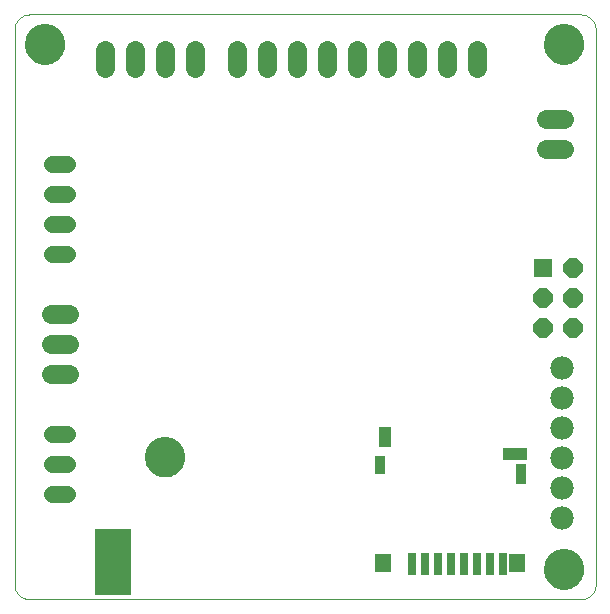
<source format=gbs>
G75*
G70*
%OFA0B0*%
%FSLAX24Y24*%
%IPPOS*%
%LPD*%
%AMOC8*
5,1,8,0,0,1.08239X$1,22.5*
%
%ADD10C,0.0000*%
%ADD11C,0.0640*%
%ADD12C,0.0780*%
%ADD13R,0.0640X0.0640*%
%ADD14OC8,0.0640*%
%ADD15R,0.0276X0.0729*%
%ADD16R,0.0552X0.0631*%
%ADD17R,0.0355X0.0591*%
%ADD18R,0.0434X0.0650*%
%ADD19R,0.0355X0.0709*%
%ADD20R,0.0788X0.0434*%
%ADD21C,0.0555*%
%ADD22R,0.1221X0.2205*%
%ADD23C,0.1340*%
D10*
X006618Y007811D02*
X024988Y007811D01*
X025032Y007813D01*
X025075Y007819D01*
X025117Y007828D01*
X025159Y007841D01*
X025199Y007858D01*
X025238Y007878D01*
X025275Y007901D01*
X025309Y007928D01*
X025342Y007957D01*
X025371Y007990D01*
X025398Y008024D01*
X025421Y008061D01*
X025441Y008100D01*
X025458Y008140D01*
X025471Y008182D01*
X025480Y008224D01*
X025486Y008267D01*
X025488Y008311D01*
X025488Y026807D01*
X025486Y026851D01*
X025480Y026894D01*
X025471Y026936D01*
X025458Y026978D01*
X025441Y027018D01*
X025421Y027057D01*
X025398Y027094D01*
X025371Y027128D01*
X025342Y027161D01*
X025309Y027190D01*
X025275Y027217D01*
X025238Y027240D01*
X025199Y027260D01*
X025159Y027277D01*
X025117Y027290D01*
X025075Y027299D01*
X025032Y027305D01*
X024988Y027307D01*
X006618Y027307D01*
X006574Y027305D01*
X006531Y027299D01*
X006489Y027290D01*
X006447Y027277D01*
X006407Y027260D01*
X006368Y027240D01*
X006331Y027217D01*
X006297Y027190D01*
X006264Y027161D01*
X006235Y027128D01*
X006208Y027094D01*
X006185Y027057D01*
X006165Y027018D01*
X006148Y026978D01*
X006135Y026936D01*
X006126Y026894D01*
X006120Y026851D01*
X006118Y026807D01*
X006118Y008311D01*
X006120Y008267D01*
X006126Y008224D01*
X006135Y008182D01*
X006148Y008140D01*
X006165Y008100D01*
X006185Y008061D01*
X006208Y008024D01*
X006235Y007990D01*
X006264Y007957D01*
X006297Y007928D01*
X006331Y007901D01*
X006368Y007878D01*
X006407Y007858D01*
X006447Y007841D01*
X006489Y007828D01*
X006531Y007819D01*
X006574Y007813D01*
X006618Y007811D01*
X010468Y012561D02*
X010470Y012611D01*
X010476Y012661D01*
X010486Y012711D01*
X010499Y012759D01*
X010516Y012807D01*
X010537Y012853D01*
X010561Y012897D01*
X010589Y012939D01*
X010620Y012979D01*
X010654Y013016D01*
X010691Y013051D01*
X010730Y013082D01*
X010771Y013111D01*
X010815Y013136D01*
X010861Y013158D01*
X010908Y013176D01*
X010956Y013190D01*
X011005Y013201D01*
X011055Y013208D01*
X011105Y013211D01*
X011156Y013210D01*
X011206Y013205D01*
X011256Y013196D01*
X011304Y013184D01*
X011352Y013167D01*
X011398Y013147D01*
X011443Y013124D01*
X011486Y013097D01*
X011526Y013067D01*
X011564Y013034D01*
X011599Y012998D01*
X011632Y012959D01*
X011661Y012918D01*
X011687Y012875D01*
X011710Y012830D01*
X011729Y012783D01*
X011744Y012735D01*
X011756Y012686D01*
X011764Y012636D01*
X011768Y012586D01*
X011768Y012536D01*
X011764Y012486D01*
X011756Y012436D01*
X011744Y012387D01*
X011729Y012339D01*
X011710Y012292D01*
X011687Y012247D01*
X011661Y012204D01*
X011632Y012163D01*
X011599Y012124D01*
X011564Y012088D01*
X011526Y012055D01*
X011486Y012025D01*
X011443Y011998D01*
X011398Y011975D01*
X011352Y011955D01*
X011304Y011938D01*
X011256Y011926D01*
X011206Y011917D01*
X011156Y011912D01*
X011105Y011911D01*
X011055Y011914D01*
X011005Y011921D01*
X010956Y011932D01*
X010908Y011946D01*
X010861Y011964D01*
X010815Y011986D01*
X010771Y012011D01*
X010730Y012040D01*
X010691Y012071D01*
X010654Y012106D01*
X010620Y012143D01*
X010589Y012183D01*
X010561Y012225D01*
X010537Y012269D01*
X010516Y012315D01*
X010499Y012363D01*
X010486Y012411D01*
X010476Y012461D01*
X010470Y012511D01*
X010468Y012561D01*
X006468Y026311D02*
X006470Y026361D01*
X006476Y026411D01*
X006486Y026461D01*
X006499Y026509D01*
X006516Y026557D01*
X006537Y026603D01*
X006561Y026647D01*
X006589Y026689D01*
X006620Y026729D01*
X006654Y026766D01*
X006691Y026801D01*
X006730Y026832D01*
X006771Y026861D01*
X006815Y026886D01*
X006861Y026908D01*
X006908Y026926D01*
X006956Y026940D01*
X007005Y026951D01*
X007055Y026958D01*
X007105Y026961D01*
X007156Y026960D01*
X007206Y026955D01*
X007256Y026946D01*
X007304Y026934D01*
X007352Y026917D01*
X007398Y026897D01*
X007443Y026874D01*
X007486Y026847D01*
X007526Y026817D01*
X007564Y026784D01*
X007599Y026748D01*
X007632Y026709D01*
X007661Y026668D01*
X007687Y026625D01*
X007710Y026580D01*
X007729Y026533D01*
X007744Y026485D01*
X007756Y026436D01*
X007764Y026386D01*
X007768Y026336D01*
X007768Y026286D01*
X007764Y026236D01*
X007756Y026186D01*
X007744Y026137D01*
X007729Y026089D01*
X007710Y026042D01*
X007687Y025997D01*
X007661Y025954D01*
X007632Y025913D01*
X007599Y025874D01*
X007564Y025838D01*
X007526Y025805D01*
X007486Y025775D01*
X007443Y025748D01*
X007398Y025725D01*
X007352Y025705D01*
X007304Y025688D01*
X007256Y025676D01*
X007206Y025667D01*
X007156Y025662D01*
X007105Y025661D01*
X007055Y025664D01*
X007005Y025671D01*
X006956Y025682D01*
X006908Y025696D01*
X006861Y025714D01*
X006815Y025736D01*
X006771Y025761D01*
X006730Y025790D01*
X006691Y025821D01*
X006654Y025856D01*
X006620Y025893D01*
X006589Y025933D01*
X006561Y025975D01*
X006537Y026019D01*
X006516Y026065D01*
X006499Y026113D01*
X006486Y026161D01*
X006476Y026211D01*
X006470Y026261D01*
X006468Y026311D01*
X023768Y026311D02*
X023770Y026361D01*
X023776Y026411D01*
X023786Y026461D01*
X023799Y026509D01*
X023816Y026557D01*
X023837Y026603D01*
X023861Y026647D01*
X023889Y026689D01*
X023920Y026729D01*
X023954Y026766D01*
X023991Y026801D01*
X024030Y026832D01*
X024071Y026861D01*
X024115Y026886D01*
X024161Y026908D01*
X024208Y026926D01*
X024256Y026940D01*
X024305Y026951D01*
X024355Y026958D01*
X024405Y026961D01*
X024456Y026960D01*
X024506Y026955D01*
X024556Y026946D01*
X024604Y026934D01*
X024652Y026917D01*
X024698Y026897D01*
X024743Y026874D01*
X024786Y026847D01*
X024826Y026817D01*
X024864Y026784D01*
X024899Y026748D01*
X024932Y026709D01*
X024961Y026668D01*
X024987Y026625D01*
X025010Y026580D01*
X025029Y026533D01*
X025044Y026485D01*
X025056Y026436D01*
X025064Y026386D01*
X025068Y026336D01*
X025068Y026286D01*
X025064Y026236D01*
X025056Y026186D01*
X025044Y026137D01*
X025029Y026089D01*
X025010Y026042D01*
X024987Y025997D01*
X024961Y025954D01*
X024932Y025913D01*
X024899Y025874D01*
X024864Y025838D01*
X024826Y025805D01*
X024786Y025775D01*
X024743Y025748D01*
X024698Y025725D01*
X024652Y025705D01*
X024604Y025688D01*
X024556Y025676D01*
X024506Y025667D01*
X024456Y025662D01*
X024405Y025661D01*
X024355Y025664D01*
X024305Y025671D01*
X024256Y025682D01*
X024208Y025696D01*
X024161Y025714D01*
X024115Y025736D01*
X024071Y025761D01*
X024030Y025790D01*
X023991Y025821D01*
X023954Y025856D01*
X023920Y025893D01*
X023889Y025933D01*
X023861Y025975D01*
X023837Y026019D01*
X023816Y026065D01*
X023799Y026113D01*
X023786Y026161D01*
X023776Y026211D01*
X023770Y026261D01*
X023768Y026311D01*
X023768Y008811D02*
X023770Y008861D01*
X023776Y008911D01*
X023786Y008961D01*
X023799Y009009D01*
X023816Y009057D01*
X023837Y009103D01*
X023861Y009147D01*
X023889Y009189D01*
X023920Y009229D01*
X023954Y009266D01*
X023991Y009301D01*
X024030Y009332D01*
X024071Y009361D01*
X024115Y009386D01*
X024161Y009408D01*
X024208Y009426D01*
X024256Y009440D01*
X024305Y009451D01*
X024355Y009458D01*
X024405Y009461D01*
X024456Y009460D01*
X024506Y009455D01*
X024556Y009446D01*
X024604Y009434D01*
X024652Y009417D01*
X024698Y009397D01*
X024743Y009374D01*
X024786Y009347D01*
X024826Y009317D01*
X024864Y009284D01*
X024899Y009248D01*
X024932Y009209D01*
X024961Y009168D01*
X024987Y009125D01*
X025010Y009080D01*
X025029Y009033D01*
X025044Y008985D01*
X025056Y008936D01*
X025064Y008886D01*
X025068Y008836D01*
X025068Y008786D01*
X025064Y008736D01*
X025056Y008686D01*
X025044Y008637D01*
X025029Y008589D01*
X025010Y008542D01*
X024987Y008497D01*
X024961Y008454D01*
X024932Y008413D01*
X024899Y008374D01*
X024864Y008338D01*
X024826Y008305D01*
X024786Y008275D01*
X024743Y008248D01*
X024698Y008225D01*
X024652Y008205D01*
X024604Y008188D01*
X024556Y008176D01*
X024506Y008167D01*
X024456Y008162D01*
X024405Y008161D01*
X024355Y008164D01*
X024305Y008171D01*
X024256Y008182D01*
X024208Y008196D01*
X024161Y008214D01*
X024115Y008236D01*
X024071Y008261D01*
X024030Y008290D01*
X023991Y008321D01*
X023954Y008356D01*
X023920Y008393D01*
X023889Y008433D01*
X023861Y008475D01*
X023837Y008519D01*
X023816Y008565D01*
X023799Y008613D01*
X023786Y008661D01*
X023776Y008711D01*
X023770Y008761D01*
X023768Y008811D01*
D11*
X023818Y022811D02*
X024418Y022811D01*
X024418Y023811D02*
X023818Y023811D01*
X021518Y025511D02*
X021518Y026111D01*
X020518Y026111D02*
X020518Y025511D01*
X019518Y025511D02*
X019518Y026111D01*
X018518Y026111D02*
X018518Y025511D01*
X017518Y025511D02*
X017518Y026111D01*
X016518Y026111D02*
X016518Y025511D01*
X015518Y025511D02*
X015518Y026111D01*
X014518Y026111D02*
X014518Y025511D01*
X013518Y025511D02*
X013518Y026111D01*
X012118Y026111D02*
X012118Y025511D01*
X011118Y025511D02*
X011118Y026111D01*
X010118Y026111D02*
X010118Y025511D01*
X009118Y025511D02*
X009118Y026111D01*
X007918Y017311D02*
X007318Y017311D01*
X007318Y016311D02*
X007918Y016311D01*
X007918Y015311D02*
X007318Y015311D01*
D12*
X024368Y015511D03*
X024368Y014511D03*
X024368Y013511D03*
X024368Y012511D03*
X024368Y011511D03*
X024368Y010511D03*
D13*
X023718Y018861D03*
D14*
X024718Y018861D03*
X024718Y017861D03*
X023718Y017861D03*
X023718Y016861D03*
X024718Y016861D03*
D15*
X022405Y008996D03*
X021972Y008996D03*
X021539Y008996D03*
X021106Y008996D03*
X020673Y008996D03*
X020240Y008996D03*
X019807Y008996D03*
X019374Y008996D03*
D16*
X018389Y009035D03*
X022878Y009035D03*
D17*
X018311Y012303D03*
D18*
X018468Y013209D03*
D19*
X022996Y011988D03*
D20*
X022799Y012657D03*
D21*
X007875Y012311D02*
X007360Y012311D01*
X007360Y013311D02*
X007875Y013311D01*
X007875Y011311D02*
X007360Y011311D01*
X007360Y019311D02*
X007875Y019311D01*
X007875Y020311D02*
X007360Y020311D01*
X007360Y021311D02*
X007875Y021311D01*
X007875Y022311D02*
X007360Y022311D01*
D22*
X009407Y009042D03*
D23*
X011118Y012561D03*
X024418Y008811D03*
X024418Y026311D03*
X007118Y026311D03*
M02*

</source>
